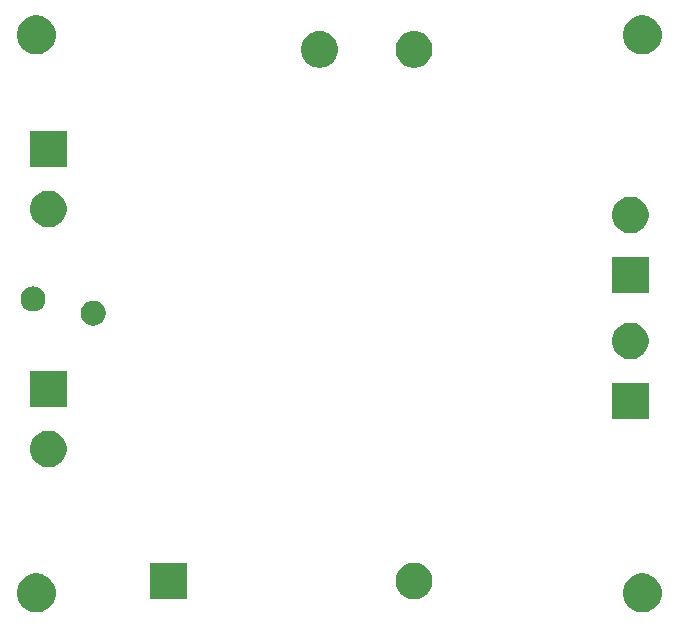
<source format=gbr>
G04 #@! TF.GenerationSoftware,KiCad,Pcbnew,5.1.5-52549c5~84~ubuntu18.04.1*
G04 #@! TF.CreationDate,2020-05-16T16:19:51-04:00*
G04 #@! TF.ProjectId,PWR_SUPPLY,5057525f-5355-4505-904c-592e6b696361,rev?*
G04 #@! TF.SameCoordinates,Original*
G04 #@! TF.FileFunction,Soldermask,Bot*
G04 #@! TF.FilePolarity,Negative*
%FSLAX46Y46*%
G04 Gerber Fmt 4.6, Leading zero omitted, Abs format (unit mm)*
G04 Created by KiCad (PCBNEW 5.1.5-52549c5~84~ubuntu18.04.1) date 2020-05-16 16:19:51*
%MOMM*%
%LPD*%
G04 APERTURE LIST*
%ADD10C,0.100000*%
G04 APERTURE END LIST*
D10*
G36*
X165983256Y-114723298D02*
G01*
X166089579Y-114744447D01*
X166302037Y-114832450D01*
X166377216Y-114863590D01*
X166390042Y-114868903D01*
X166660451Y-115049585D01*
X166890415Y-115279549D01*
X167071097Y-115549958D01*
X167071098Y-115549960D01*
X167195553Y-115850422D01*
X167259000Y-116169389D01*
X167259000Y-116494611D01*
X167253802Y-116520741D01*
X167195553Y-116813579D01*
X167071097Y-117114042D01*
X166890415Y-117384451D01*
X166660451Y-117614415D01*
X166390042Y-117795097D01*
X166089579Y-117919553D01*
X165983256Y-117940702D01*
X165770611Y-117983000D01*
X165445389Y-117983000D01*
X165232744Y-117940702D01*
X165126421Y-117919553D01*
X164825958Y-117795097D01*
X164555549Y-117614415D01*
X164325585Y-117384451D01*
X164144903Y-117114042D01*
X164020447Y-116813579D01*
X163962198Y-116520741D01*
X163957000Y-116494611D01*
X163957000Y-116169389D01*
X164020447Y-115850422D01*
X164144902Y-115549960D01*
X164144903Y-115549958D01*
X164325585Y-115279549D01*
X164555549Y-115049585D01*
X164825958Y-114868903D01*
X164838785Y-114863590D01*
X164913963Y-114832450D01*
X165126421Y-114744447D01*
X165232744Y-114723298D01*
X165445389Y-114681000D01*
X165770611Y-114681000D01*
X165983256Y-114723298D01*
G37*
G36*
X114675256Y-114723298D02*
G01*
X114781579Y-114744447D01*
X114994037Y-114832450D01*
X115069216Y-114863590D01*
X115082042Y-114868903D01*
X115352451Y-115049585D01*
X115582415Y-115279549D01*
X115763097Y-115549958D01*
X115763098Y-115549960D01*
X115887553Y-115850422D01*
X115951000Y-116169389D01*
X115951000Y-116494611D01*
X115945802Y-116520741D01*
X115887553Y-116813579D01*
X115763097Y-117114042D01*
X115582415Y-117384451D01*
X115352451Y-117614415D01*
X115082042Y-117795097D01*
X114781579Y-117919553D01*
X114675256Y-117940702D01*
X114462611Y-117983000D01*
X114137389Y-117983000D01*
X113924744Y-117940702D01*
X113818421Y-117919553D01*
X113517958Y-117795097D01*
X113247549Y-117614415D01*
X113017585Y-117384451D01*
X112836903Y-117114042D01*
X112712447Y-116813579D01*
X112654198Y-116520741D01*
X112649000Y-116494611D01*
X112649000Y-116169389D01*
X112712447Y-115850422D01*
X112836902Y-115549960D01*
X112836903Y-115549958D01*
X113017585Y-115279549D01*
X113247549Y-115049585D01*
X113517958Y-114868903D01*
X113530785Y-114863590D01*
X113605963Y-114832450D01*
X113818421Y-114744447D01*
X113924744Y-114723298D01*
X114137389Y-114681000D01*
X114462611Y-114681000D01*
X114675256Y-114723298D01*
G37*
G36*
X127027000Y-116867000D02*
G01*
X123925000Y-116867000D01*
X123925000Y-113765000D01*
X127027000Y-113765000D01*
X127027000Y-116867000D01*
G37*
G36*
X146578585Y-113794802D02*
G01*
X146728410Y-113824604D01*
X147010674Y-113941521D01*
X147264705Y-114111259D01*
X147480741Y-114327295D01*
X147650479Y-114581326D01*
X147767396Y-114863590D01*
X147827000Y-115163240D01*
X147827000Y-115468760D01*
X147767396Y-115768410D01*
X147650479Y-116050674D01*
X147480741Y-116304705D01*
X147264705Y-116520741D01*
X147010674Y-116690479D01*
X146728410Y-116807396D01*
X146578585Y-116837198D01*
X146428761Y-116867000D01*
X146123239Y-116867000D01*
X145973415Y-116837198D01*
X145823590Y-116807396D01*
X145541326Y-116690479D01*
X145287295Y-116520741D01*
X145071259Y-116304705D01*
X144901521Y-116050674D01*
X144784604Y-115768410D01*
X144725000Y-115468760D01*
X144725000Y-115163240D01*
X144784604Y-114863590D01*
X144901521Y-114581326D01*
X145071259Y-114327295D01*
X145287295Y-114111259D01*
X145541326Y-113941521D01*
X145823590Y-113824604D01*
X145973415Y-113794802D01*
X146123239Y-113765000D01*
X146428761Y-113765000D01*
X146578585Y-113794802D01*
G37*
G36*
X115618585Y-102618802D02*
G01*
X115768410Y-102648604D01*
X116050674Y-102765521D01*
X116304705Y-102935259D01*
X116520741Y-103151295D01*
X116690479Y-103405326D01*
X116807396Y-103687590D01*
X116867000Y-103987240D01*
X116867000Y-104292760D01*
X116807396Y-104592410D01*
X116690479Y-104874674D01*
X116520741Y-105128705D01*
X116304705Y-105344741D01*
X116050674Y-105514479D01*
X115768410Y-105631396D01*
X115618585Y-105661198D01*
X115468761Y-105691000D01*
X115163239Y-105691000D01*
X115013415Y-105661198D01*
X114863590Y-105631396D01*
X114581326Y-105514479D01*
X114327295Y-105344741D01*
X114111259Y-105128705D01*
X113941521Y-104874674D01*
X113824604Y-104592410D01*
X113765000Y-104292760D01*
X113765000Y-103987240D01*
X113824604Y-103687590D01*
X113941521Y-103405326D01*
X114111259Y-103151295D01*
X114327295Y-102935259D01*
X114581326Y-102765521D01*
X114863590Y-102648604D01*
X115013415Y-102618802D01*
X115163239Y-102589000D01*
X115468761Y-102589000D01*
X115618585Y-102618802D01*
G37*
G36*
X166143000Y-101627000D02*
G01*
X163041000Y-101627000D01*
X163041000Y-98525000D01*
X166143000Y-98525000D01*
X166143000Y-101627000D01*
G37*
G36*
X116867000Y-100611000D02*
G01*
X113765000Y-100611000D01*
X113765000Y-97509000D01*
X116867000Y-97509000D01*
X116867000Y-100611000D01*
G37*
G36*
X164894585Y-93474802D02*
G01*
X165044410Y-93504604D01*
X165326674Y-93621521D01*
X165580705Y-93791259D01*
X165796741Y-94007295D01*
X165966479Y-94261326D01*
X166083396Y-94543590D01*
X166143000Y-94843240D01*
X166143000Y-95148760D01*
X166083396Y-95448410D01*
X165966479Y-95730674D01*
X165796741Y-95984705D01*
X165580705Y-96200741D01*
X165326674Y-96370479D01*
X165044410Y-96487396D01*
X164894585Y-96517198D01*
X164744761Y-96547000D01*
X164439239Y-96547000D01*
X164289415Y-96517198D01*
X164139590Y-96487396D01*
X163857326Y-96370479D01*
X163603295Y-96200741D01*
X163387259Y-95984705D01*
X163217521Y-95730674D01*
X163100604Y-95448410D01*
X163041000Y-95148760D01*
X163041000Y-94843240D01*
X163100604Y-94543590D01*
X163217521Y-94261326D01*
X163387259Y-94007295D01*
X163603295Y-93791259D01*
X163857326Y-93621521D01*
X164139590Y-93504604D01*
X164289415Y-93474802D01*
X164439239Y-93445000D01*
X164744761Y-93445000D01*
X164894585Y-93474802D01*
G37*
G36*
X119332016Y-91604291D02*
G01*
X119434024Y-91624581D01*
X119626204Y-91704185D01*
X119799161Y-91819751D01*
X119946249Y-91966839D01*
X120061815Y-92139796D01*
X120141419Y-92331976D01*
X120182000Y-92535993D01*
X120182000Y-92744007D01*
X120141419Y-92948024D01*
X120061815Y-93140204D01*
X119946249Y-93313161D01*
X119799161Y-93460249D01*
X119626204Y-93575815D01*
X119434024Y-93655419D01*
X119332015Y-93675710D01*
X119230008Y-93696000D01*
X119021992Y-93696000D01*
X118919985Y-93675710D01*
X118817976Y-93655419D01*
X118625796Y-93575815D01*
X118452839Y-93460249D01*
X118305751Y-93313161D01*
X118190185Y-93140204D01*
X118110581Y-92948024D01*
X118070000Y-92744007D01*
X118070000Y-92535993D01*
X118110581Y-92331976D01*
X118190185Y-92139796D01*
X118305751Y-91966839D01*
X118452839Y-91819751D01*
X118625796Y-91704185D01*
X118817976Y-91624581D01*
X118919984Y-91604291D01*
X119021992Y-91584000D01*
X119230008Y-91584000D01*
X119332016Y-91604291D01*
G37*
G36*
X114232015Y-90404290D02*
G01*
X114334024Y-90424581D01*
X114526204Y-90504185D01*
X114699161Y-90619751D01*
X114846249Y-90766839D01*
X114961815Y-90939796D01*
X115041419Y-91131976D01*
X115082000Y-91335993D01*
X115082000Y-91544007D01*
X115041419Y-91748024D01*
X114961815Y-91940204D01*
X114846249Y-92113161D01*
X114699161Y-92260249D01*
X114526204Y-92375815D01*
X114334024Y-92455419D01*
X114232015Y-92475710D01*
X114130008Y-92496000D01*
X113921992Y-92496000D01*
X113819984Y-92475709D01*
X113717976Y-92455419D01*
X113525796Y-92375815D01*
X113352839Y-92260249D01*
X113205751Y-92113161D01*
X113090185Y-91940204D01*
X113010581Y-91748024D01*
X112970000Y-91544007D01*
X112970000Y-91335993D01*
X113010581Y-91131976D01*
X113090185Y-90939796D01*
X113205751Y-90766839D01*
X113352839Y-90619751D01*
X113525796Y-90504185D01*
X113717976Y-90424581D01*
X113819984Y-90404291D01*
X113921992Y-90384000D01*
X114130008Y-90384000D01*
X114232015Y-90404290D01*
G37*
G36*
X166143000Y-90959000D02*
G01*
X163041000Y-90959000D01*
X163041000Y-87857000D01*
X166143000Y-87857000D01*
X166143000Y-90959000D01*
G37*
G36*
X164894585Y-82806802D02*
G01*
X165044410Y-82836604D01*
X165326674Y-82953521D01*
X165580705Y-83123259D01*
X165796741Y-83339295D01*
X165966479Y-83593326D01*
X166083396Y-83875590D01*
X166143000Y-84175240D01*
X166143000Y-84480760D01*
X166083396Y-84780410D01*
X165966479Y-85062674D01*
X165796741Y-85316705D01*
X165580705Y-85532741D01*
X165326674Y-85702479D01*
X165044410Y-85819396D01*
X164894585Y-85849198D01*
X164744761Y-85879000D01*
X164439239Y-85879000D01*
X164289415Y-85849198D01*
X164139590Y-85819396D01*
X163857326Y-85702479D01*
X163603295Y-85532741D01*
X163387259Y-85316705D01*
X163217521Y-85062674D01*
X163100604Y-84780410D01*
X163041000Y-84480760D01*
X163041000Y-84175240D01*
X163100604Y-83875590D01*
X163217521Y-83593326D01*
X163387259Y-83339295D01*
X163603295Y-83123259D01*
X163857326Y-82953521D01*
X164139590Y-82836604D01*
X164289415Y-82806802D01*
X164439239Y-82777000D01*
X164744761Y-82777000D01*
X164894585Y-82806802D01*
G37*
G36*
X115618585Y-82298802D02*
G01*
X115768410Y-82328604D01*
X116050674Y-82445521D01*
X116304705Y-82615259D01*
X116520741Y-82831295D01*
X116690479Y-83085326D01*
X116807396Y-83367590D01*
X116867000Y-83667240D01*
X116867000Y-83972760D01*
X116807396Y-84272410D01*
X116690479Y-84554674D01*
X116520741Y-84808705D01*
X116304705Y-85024741D01*
X116050674Y-85194479D01*
X115768410Y-85311396D01*
X115618585Y-85341198D01*
X115468761Y-85371000D01*
X115163239Y-85371000D01*
X115013415Y-85341198D01*
X114863590Y-85311396D01*
X114581326Y-85194479D01*
X114327295Y-85024741D01*
X114111259Y-84808705D01*
X113941521Y-84554674D01*
X113824604Y-84272410D01*
X113765000Y-83972760D01*
X113765000Y-83667240D01*
X113824604Y-83367590D01*
X113941521Y-83085326D01*
X114111259Y-82831295D01*
X114327295Y-82615259D01*
X114581326Y-82445521D01*
X114863590Y-82328604D01*
X115013415Y-82298802D01*
X115163239Y-82269000D01*
X115468761Y-82269000D01*
X115618585Y-82298802D01*
G37*
G36*
X116867000Y-80291000D02*
G01*
X113765000Y-80291000D01*
X113765000Y-77189000D01*
X116867000Y-77189000D01*
X116867000Y-80291000D01*
G37*
G36*
X138578585Y-68794802D02*
G01*
X138728410Y-68824604D01*
X139010674Y-68941521D01*
X139264705Y-69111259D01*
X139480741Y-69327295D01*
X139650479Y-69581326D01*
X139767396Y-69863590D01*
X139827000Y-70163240D01*
X139827000Y-70468760D01*
X139767396Y-70768410D01*
X139650479Y-71050674D01*
X139480741Y-71304705D01*
X139264705Y-71520741D01*
X139010674Y-71690479D01*
X138728410Y-71807396D01*
X138578585Y-71837198D01*
X138428761Y-71867000D01*
X138123239Y-71867000D01*
X137973415Y-71837198D01*
X137823590Y-71807396D01*
X137541326Y-71690479D01*
X137287295Y-71520741D01*
X137071259Y-71304705D01*
X136901521Y-71050674D01*
X136784604Y-70768410D01*
X136725000Y-70468760D01*
X136725000Y-70163240D01*
X136784604Y-69863590D01*
X136901521Y-69581326D01*
X137071259Y-69327295D01*
X137287295Y-69111259D01*
X137541326Y-68941521D01*
X137823590Y-68824604D01*
X137973415Y-68794802D01*
X138123239Y-68765000D01*
X138428761Y-68765000D01*
X138578585Y-68794802D01*
G37*
G36*
X146578585Y-68794802D02*
G01*
X146728410Y-68824604D01*
X147010674Y-68941521D01*
X147264705Y-69111259D01*
X147480741Y-69327295D01*
X147650479Y-69581326D01*
X147767396Y-69863590D01*
X147827000Y-70163240D01*
X147827000Y-70468760D01*
X147767396Y-70768410D01*
X147650479Y-71050674D01*
X147480741Y-71304705D01*
X147264705Y-71520741D01*
X147010674Y-71690479D01*
X146728410Y-71807396D01*
X146578585Y-71837198D01*
X146428761Y-71867000D01*
X146123239Y-71867000D01*
X145973415Y-71837198D01*
X145823590Y-71807396D01*
X145541326Y-71690479D01*
X145287295Y-71520741D01*
X145071259Y-71304705D01*
X144901521Y-71050674D01*
X144784604Y-70768410D01*
X144725000Y-70468760D01*
X144725000Y-70163240D01*
X144784604Y-69863590D01*
X144901521Y-69581326D01*
X145071259Y-69327295D01*
X145287295Y-69111259D01*
X145541326Y-68941521D01*
X145823590Y-68824604D01*
X145973415Y-68794802D01*
X146123239Y-68765000D01*
X146428761Y-68765000D01*
X146578585Y-68794802D01*
G37*
G36*
X114675256Y-67479298D02*
G01*
X114781579Y-67500447D01*
X115082042Y-67624903D01*
X115352451Y-67805585D01*
X115582415Y-68035549D01*
X115763097Y-68305958D01*
X115887553Y-68606421D01*
X115951000Y-68925391D01*
X115951000Y-69250609D01*
X115887553Y-69569579D01*
X115763097Y-69870042D01*
X115582415Y-70140451D01*
X115352451Y-70370415D01*
X115082042Y-70551097D01*
X114781579Y-70675553D01*
X114675256Y-70696702D01*
X114462611Y-70739000D01*
X114137389Y-70739000D01*
X113924744Y-70696702D01*
X113818421Y-70675553D01*
X113517958Y-70551097D01*
X113247549Y-70370415D01*
X113017585Y-70140451D01*
X112836903Y-69870042D01*
X112712447Y-69569579D01*
X112649000Y-69250609D01*
X112649000Y-68925391D01*
X112712447Y-68606421D01*
X112836903Y-68305958D01*
X113017585Y-68035549D01*
X113247549Y-67805585D01*
X113517958Y-67624903D01*
X113818421Y-67500447D01*
X113924744Y-67479298D01*
X114137389Y-67437000D01*
X114462611Y-67437000D01*
X114675256Y-67479298D01*
G37*
G36*
X165983256Y-67479298D02*
G01*
X166089579Y-67500447D01*
X166390042Y-67624903D01*
X166660451Y-67805585D01*
X166890415Y-68035549D01*
X167071097Y-68305958D01*
X167195553Y-68606421D01*
X167259000Y-68925391D01*
X167259000Y-69250609D01*
X167195553Y-69569579D01*
X167071097Y-69870042D01*
X166890415Y-70140451D01*
X166660451Y-70370415D01*
X166390042Y-70551097D01*
X166089579Y-70675553D01*
X165983256Y-70696702D01*
X165770611Y-70739000D01*
X165445389Y-70739000D01*
X165232744Y-70696702D01*
X165126421Y-70675553D01*
X164825958Y-70551097D01*
X164555549Y-70370415D01*
X164325585Y-70140451D01*
X164144903Y-69870042D01*
X164020447Y-69569579D01*
X163957000Y-69250609D01*
X163957000Y-68925391D01*
X164020447Y-68606421D01*
X164144903Y-68305958D01*
X164325585Y-68035549D01*
X164555549Y-67805585D01*
X164825958Y-67624903D01*
X165126421Y-67500447D01*
X165232744Y-67479298D01*
X165445389Y-67437000D01*
X165770611Y-67437000D01*
X165983256Y-67479298D01*
G37*
M02*

</source>
